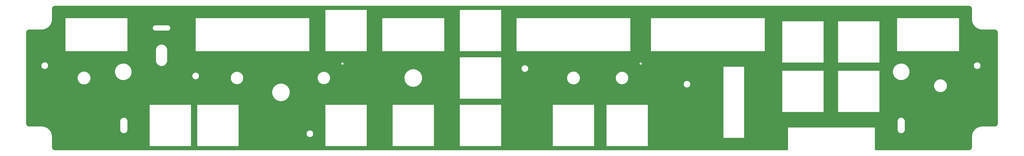
<source format=gts>
G04 #@! TF.GenerationSoftware,KiCad,Pcbnew,7.0.9*
G04 #@! TF.CreationDate,2024-04-05T19:00:48+01:00*
G04 #@! TF.ProjectId,mcpBacklight,6d637042-6163-46b6-9c69-6768742e6b69,rev?*
G04 #@! TF.SameCoordinates,Original*
G04 #@! TF.FileFunction,Soldermask,Top*
G04 #@! TF.FilePolarity,Negative*
%FSLAX46Y46*%
G04 Gerber Fmt 4.6, Leading zero omitted, Abs format (unit mm)*
G04 Created by KiCad (PCBNEW 7.0.9) date 2024-04-05 19:00:48*
%MOMM*%
%LPD*%
G01*
G04 APERTURE LIST*
G04 Aperture macros list*
%AMRoundRect*
0 Rectangle with rounded corners*
0 $1 Rounding radius*
0 $2 $3 $4 $5 $6 $7 $8 $9 X,Y pos of 4 corners*
0 Add a 4 corners polygon primitive as box body*
4,1,4,$2,$3,$4,$5,$6,$7,$8,$9,$2,$3,0*
0 Add four circle primitives for the rounded corners*
1,1,$1+$1,$2,$3*
1,1,$1+$1,$4,$5*
1,1,$1+$1,$6,$7*
1,1,$1+$1,$8,$9*
0 Add four rect primitives between the rounded corners*
20,1,$1+$1,$2,$3,$4,$5,0*
20,1,$1+$1,$4,$5,$6,$7,0*
20,1,$1+$1,$6,$7,$8,$9,0*
20,1,$1+$1,$8,$9,$2,$3,0*%
G04 Aperture macros list end*
%ADD10C,1.200000*%
%ADD11RoundRect,0.250000X-0.600000X-0.750000X0.600000X-0.750000X0.600000X0.750000X-0.600000X0.750000X0*%
%ADD12O,1.700000X2.000000*%
G04 APERTURE END LIST*
D10*
X499100000Y-324275000D03*
D11*
X500700000Y-326275000D03*
D12*
X503200000Y-326275000D03*
G36*
X543002426Y-269000191D02*
G01*
X543224923Y-269017701D01*
X543244142Y-269020745D01*
X543454035Y-269071136D01*
X543472541Y-269077149D01*
X543671971Y-269159756D01*
X543689308Y-269168590D01*
X543873355Y-269281375D01*
X543889096Y-269292812D01*
X544053238Y-269433002D01*
X544066997Y-269446761D01*
X544207187Y-269610903D01*
X544218624Y-269626644D01*
X544331409Y-269810691D01*
X544340243Y-269828028D01*
X544422850Y-270027458D01*
X544428863Y-270045964D01*
X544479254Y-270255857D01*
X544482298Y-270275075D01*
X544499809Y-270497574D01*
X544500000Y-270502440D01*
X544500000Y-275500000D01*
X544519027Y-275935775D01*
X544575961Y-276368237D01*
X544575960Y-276368237D01*
X544670372Y-276794101D01*
X544801537Y-277210099D01*
X544968462Y-277613093D01*
X545169871Y-277999995D01*
X545169870Y-277999995D01*
X545404240Y-278367882D01*
X545669773Y-278713932D01*
X545964466Y-279035534D01*
X546286068Y-279330227D01*
X546632118Y-279595760D01*
X547000005Y-279830130D01*
X547000005Y-279830129D01*
X547386907Y-280031538D01*
X547789901Y-280198463D01*
X548205899Y-280329628D01*
X548631763Y-280424040D01*
X548631763Y-280424039D01*
X549064225Y-280480973D01*
X549500000Y-280500000D01*
X555497560Y-280500000D01*
X555502426Y-280500191D01*
X555724923Y-280517701D01*
X555744142Y-280520745D01*
X555954035Y-280571136D01*
X555972541Y-280577149D01*
X556171971Y-280659756D01*
X556189308Y-280668590D01*
X556373355Y-280781375D01*
X556389096Y-280792812D01*
X556553238Y-280933002D01*
X556566997Y-280946761D01*
X556707187Y-281110903D01*
X556718624Y-281126644D01*
X556831409Y-281310691D01*
X556840243Y-281328028D01*
X556922850Y-281527458D01*
X556928863Y-281545964D01*
X556979254Y-281755857D01*
X556982298Y-281775075D01*
X556999809Y-281997574D01*
X557000000Y-282002440D01*
X557000000Y-325997559D01*
X556999809Y-326002425D01*
X556982298Y-326224924D01*
X556979254Y-326244142D01*
X556928863Y-326454035D01*
X556922850Y-326472541D01*
X556840243Y-326671971D01*
X556831409Y-326689308D01*
X556718624Y-326873355D01*
X556707187Y-326889096D01*
X556566997Y-327053238D01*
X556553238Y-327066997D01*
X556389096Y-327207187D01*
X556373355Y-327218624D01*
X556189308Y-327331409D01*
X556171971Y-327340243D01*
X555972541Y-327422850D01*
X555954035Y-327428863D01*
X555744142Y-327479254D01*
X555724924Y-327482298D01*
X555502426Y-327499809D01*
X555497560Y-327500000D01*
X549500000Y-327500000D01*
X549064225Y-327519027D01*
X548631763Y-327575961D01*
X548631763Y-327575960D01*
X548205899Y-327670372D01*
X547789901Y-327801537D01*
X547386907Y-327968462D01*
X547000005Y-328169871D01*
X547000005Y-328169870D01*
X546632118Y-328404240D01*
X546286068Y-328669773D01*
X545964466Y-328964466D01*
X545669773Y-329286068D01*
X545404240Y-329632118D01*
X545169870Y-330000005D01*
X545169871Y-330000005D01*
X544968462Y-330386907D01*
X544801537Y-330789901D01*
X544670372Y-331205899D01*
X544575960Y-331631763D01*
X544575961Y-331631763D01*
X544519027Y-332064225D01*
X544500000Y-332500000D01*
X544500000Y-337497559D01*
X544499809Y-337502425D01*
X544482298Y-337724924D01*
X544479254Y-337744142D01*
X544428863Y-337954035D01*
X544422850Y-337972541D01*
X544340243Y-338171971D01*
X544331409Y-338189308D01*
X544218624Y-338373355D01*
X544207187Y-338389096D01*
X544066997Y-338553238D01*
X544053238Y-338566997D01*
X543889096Y-338707187D01*
X543873355Y-338718624D01*
X543689308Y-338831409D01*
X543671971Y-338840243D01*
X543472541Y-338922850D01*
X543454035Y-338928863D01*
X543244142Y-338979254D01*
X543224924Y-338982298D01*
X543002426Y-338999809D01*
X542997560Y-339000000D01*
X498004066Y-339000000D01*
X497995965Y-338999469D01*
X497886775Y-338985093D01*
X497855508Y-338976715D01*
X497765081Y-338939259D01*
X497737048Y-338923074D01*
X497659398Y-338863491D01*
X497636508Y-338840601D01*
X497576925Y-338762951D01*
X497560740Y-338734918D01*
X497523284Y-338644491D01*
X497514906Y-338613223D01*
X497500531Y-338504035D01*
X497500000Y-338495933D01*
X497500000Y-329000006D01*
X508500000Y-329000006D01*
X508519544Y-329260815D01*
X508519545Y-329260819D01*
X508577747Y-329515824D01*
X508673304Y-329759297D01*
X508673303Y-329759297D01*
X508804082Y-329985809D01*
X508967162Y-330190306D01*
X509158892Y-330368204D01*
X509375004Y-330515546D01*
X509610652Y-330629028D01*
X509860579Y-330706121D01*
X509860585Y-330706122D01*
X510119216Y-330745106D01*
X510119223Y-330745107D01*
X510380777Y-330745107D01*
X510380783Y-330745106D01*
X510639414Y-330706122D01*
X510639420Y-330706121D01*
X510889347Y-330629028D01*
X511124995Y-330515546D01*
X511341107Y-330368204D01*
X511532837Y-330190306D01*
X511695917Y-329985809D01*
X511826695Y-329759297D01*
X511922252Y-329515824D01*
X511980454Y-329260819D01*
X511980455Y-329260815D01*
X512000000Y-329000006D01*
X512000000Y-324999994D01*
X511980455Y-324739184D01*
X511980454Y-324739180D01*
X511922252Y-324484175D01*
X511826695Y-324240702D01*
X511826696Y-324240702D01*
X511695917Y-324014190D01*
X511532837Y-323809693D01*
X511341107Y-323631795D01*
X511124995Y-323484453D01*
X510889347Y-323370971D01*
X510639420Y-323293878D01*
X510639414Y-323293877D01*
X510380783Y-323254893D01*
X510119216Y-323254893D01*
X509860585Y-323293877D01*
X509860579Y-323293878D01*
X509610652Y-323370971D01*
X509375004Y-323484453D01*
X509158892Y-323631795D01*
X508967162Y-323809693D01*
X508804082Y-324014190D01*
X508673304Y-324240702D01*
X508577747Y-324484175D01*
X508519545Y-324739180D01*
X508519544Y-324739184D01*
X508500000Y-324999994D01*
X508500000Y-329000006D01*
X497500000Y-329000006D01*
X497500000Y-328000000D01*
X455500000Y-328000000D01*
X455500000Y-338495934D01*
X455499469Y-338504035D01*
X455485093Y-338613224D01*
X455476715Y-338644491D01*
X455439259Y-338734918D01*
X455423074Y-338762951D01*
X455363491Y-338840601D01*
X455340601Y-338863491D01*
X455262951Y-338923074D01*
X455234918Y-338939259D01*
X455144491Y-338976715D01*
X455113224Y-338985093D01*
X455004035Y-338999469D01*
X454995934Y-339000000D01*
X101002440Y-339000000D01*
X100997574Y-338999809D01*
X100775075Y-338982298D01*
X100755857Y-338979254D01*
X100545964Y-338928863D01*
X100527458Y-338922850D01*
X100328028Y-338840243D01*
X100310691Y-338831409D01*
X100126644Y-338718624D01*
X100110903Y-338707187D01*
X99946761Y-338566997D01*
X99933002Y-338553238D01*
X99792812Y-338389096D01*
X99781375Y-338373355D01*
X99668590Y-338189308D01*
X99659756Y-338171971D01*
X99577149Y-337972541D01*
X99571136Y-337954035D01*
X99520745Y-337744142D01*
X99517701Y-337724923D01*
X99500191Y-337502425D01*
X99500000Y-337497559D01*
X99500000Y-332500000D01*
X99480973Y-332064225D01*
X99424039Y-331631763D01*
X99424040Y-331631763D01*
X99329628Y-331205899D01*
X99198463Y-330789901D01*
X99031538Y-330386907D01*
X98830129Y-330000005D01*
X98830130Y-330000005D01*
X98595760Y-329632118D01*
X98330227Y-329286068D01*
X98068100Y-329000006D01*
X132500000Y-329000006D01*
X132519544Y-329260815D01*
X132519545Y-329260819D01*
X132577747Y-329515824D01*
X132673304Y-329759297D01*
X132673303Y-329759297D01*
X132804082Y-329985809D01*
X132967162Y-330190306D01*
X133158892Y-330368204D01*
X133375004Y-330515546D01*
X133610652Y-330629028D01*
X133860579Y-330706121D01*
X133860585Y-330706122D01*
X134119216Y-330745106D01*
X134119223Y-330745107D01*
X134380777Y-330745107D01*
X134380783Y-330745106D01*
X134639414Y-330706122D01*
X134639420Y-330706121D01*
X134889347Y-330629028D01*
X135124995Y-330515546D01*
X135341107Y-330368204D01*
X135532837Y-330190306D01*
X135695917Y-329985809D01*
X135826695Y-329759297D01*
X135922252Y-329515824D01*
X135980454Y-329260819D01*
X135980455Y-329260815D01*
X136000000Y-329000006D01*
X136000000Y-324999994D01*
X135980455Y-324739184D01*
X135980454Y-324739180D01*
X135922252Y-324484175D01*
X135826695Y-324240702D01*
X135826696Y-324240702D01*
X135695917Y-324014190D01*
X135532837Y-323809693D01*
X135341107Y-323631795D01*
X135124995Y-323484453D01*
X134889347Y-323370971D01*
X134639420Y-323293878D01*
X134639414Y-323293877D01*
X134380783Y-323254893D01*
X134119216Y-323254893D01*
X133860585Y-323293877D01*
X133860579Y-323293878D01*
X133610652Y-323370971D01*
X133375004Y-323484453D01*
X133158892Y-323631795D01*
X132967162Y-323809693D01*
X132804082Y-324014190D01*
X132673304Y-324240702D01*
X132577747Y-324484175D01*
X132519545Y-324739180D01*
X132519544Y-324739184D01*
X132500000Y-324999994D01*
X132500000Y-329000006D01*
X98068100Y-329000006D01*
X98035534Y-328964466D01*
X97713932Y-328669773D01*
X97367882Y-328404240D01*
X96999995Y-328169870D01*
X96999995Y-328169871D01*
X96613093Y-327968462D01*
X96210099Y-327801537D01*
X95794101Y-327670372D01*
X95368237Y-327575960D01*
X95368237Y-327575961D01*
X94935775Y-327519027D01*
X94500000Y-327500000D01*
X88502440Y-327500000D01*
X88497574Y-327499809D01*
X88275075Y-327482298D01*
X88255857Y-327479254D01*
X88045964Y-327428863D01*
X88027458Y-327422850D01*
X87828028Y-327340243D01*
X87810691Y-327331409D01*
X87626644Y-327218624D01*
X87610903Y-327207187D01*
X87446761Y-327066997D01*
X87433002Y-327053238D01*
X87292812Y-326889096D01*
X87281375Y-326873355D01*
X87168590Y-326689308D01*
X87159756Y-326671971D01*
X87077149Y-326472541D01*
X87071136Y-326454035D01*
X87020745Y-326244142D01*
X87017701Y-326224923D01*
X87000191Y-326002425D01*
X87000000Y-325997559D01*
X87000000Y-317000000D01*
X146750000Y-317000000D01*
X146750000Y-337000000D01*
X166750000Y-337000000D01*
X166750000Y-317000000D01*
X169750000Y-317000000D01*
X169750000Y-337000000D01*
X189750000Y-337000000D01*
X189750000Y-331125734D01*
X222652466Y-331125734D01*
X222691801Y-331374090D01*
X222769508Y-331613244D01*
X222883668Y-331837293D01*
X223031463Y-332040717D01*
X223031467Y-332040722D01*
X223209277Y-332218532D01*
X223209282Y-332218536D01*
X223412706Y-332366331D01*
X223636755Y-332480491D01*
X223875909Y-332558198D01*
X224124266Y-332597534D01*
X224375734Y-332597534D01*
X224624090Y-332558198D01*
X224863244Y-332480491D01*
X225087293Y-332366331D01*
X225290717Y-332218536D01*
X225290722Y-332218532D01*
X225468532Y-332040722D01*
X225468536Y-332040717D01*
X225616331Y-331837293D01*
X225730491Y-331613244D01*
X225808197Y-331374090D01*
X225847534Y-331125725D01*
X225850000Y-331000000D01*
X225847534Y-330874274D01*
X225808197Y-330625909D01*
X225730491Y-330386755D01*
X225616331Y-330162706D01*
X225468536Y-329959282D01*
X225468532Y-329959277D01*
X225290722Y-329781467D01*
X225290717Y-329781463D01*
X225087293Y-329633668D01*
X224863244Y-329519508D01*
X224624090Y-329441801D01*
X224375734Y-329402466D01*
X224124266Y-329402466D01*
X223875909Y-329441801D01*
X223636755Y-329519508D01*
X223412706Y-329633668D01*
X223209282Y-329781463D01*
X223209277Y-329781467D01*
X223031467Y-329959277D01*
X223031463Y-329959282D01*
X222883668Y-330162706D01*
X222769508Y-330386755D01*
X222691801Y-330625909D01*
X222652466Y-330874265D01*
X222652466Y-331125734D01*
X189750000Y-331125734D01*
X189750000Y-317000000D01*
X231750000Y-317000000D01*
X231750000Y-337000000D01*
X251750000Y-337000000D01*
X251750000Y-317000000D01*
X264250000Y-317000000D01*
X264250000Y-337000000D01*
X284250000Y-337000000D01*
X284250000Y-317000000D01*
X296750000Y-317000000D01*
X296750000Y-337000000D01*
X316750000Y-337000000D01*
X316750000Y-317000000D01*
X341750000Y-317000000D01*
X341750000Y-337000000D01*
X361750000Y-337000000D01*
X361750000Y-317000000D01*
X367750000Y-317000000D01*
X367750000Y-337000000D01*
X387750000Y-337000000D01*
X387750000Y-317000000D01*
X367750000Y-317000000D01*
X361750000Y-317000000D01*
X341750000Y-317000000D01*
X316750000Y-317000000D01*
X296750000Y-317000000D01*
X284250000Y-317000000D01*
X264250000Y-317000000D01*
X251750000Y-317000000D01*
X231750000Y-317000000D01*
X189750000Y-317000000D01*
X169750000Y-317000000D01*
X166750000Y-317000000D01*
X146750000Y-317000000D01*
X87000000Y-317000000D01*
X87000000Y-310950000D01*
X205997516Y-310950000D01*
X206017368Y-311360425D01*
X206076738Y-311767014D01*
X206175070Y-312165967D01*
X206311458Y-312553592D01*
X206484610Y-312926225D01*
X206484620Y-312926243D01*
X206692915Y-313280401D01*
X206692926Y-313280418D01*
X206934455Y-313612853D01*
X207206917Y-313920398D01*
X207206929Y-313920411D01*
X207507821Y-314200243D01*
X207834318Y-314449729D01*
X208183369Y-314666539D01*
X208551708Y-314848644D01*
X208935901Y-314994350D01*
X209332381Y-315102300D01*
X209332383Y-315102301D01*
X209737416Y-315171478D01*
X210147240Y-315201242D01*
X210558023Y-315191313D01*
X210558039Y-315191312D01*
X210965926Y-315141786D01*
X211367155Y-315053118D01*
X211367164Y-315053116D01*
X211757948Y-314926143D01*
X212134669Y-314762039D01*
X212493783Y-314562347D01*
X212493792Y-314562342D01*
X212831950Y-314328927D01*
X213146013Y-314063956D01*
X213433026Y-313769923D01*
X213433030Y-313769917D01*
X213690338Y-313449538D01*
X213915507Y-313105847D01*
X214106468Y-312742000D01*
X214261419Y-312361430D01*
X214378912Y-311967697D01*
X214457861Y-311564436D01*
X214457861Y-311564433D01*
X214497519Y-311155452D01*
X214500000Y-310950000D01*
X214497519Y-310744548D01*
X214457861Y-310335566D01*
X214457861Y-310335563D01*
X214378912Y-309932302D01*
X214261419Y-309538569D01*
X214106468Y-309157999D01*
X213915507Y-308794152D01*
X213690338Y-308450461D01*
X213433030Y-308130082D01*
X213433026Y-308130076D01*
X213146012Y-307836043D01*
X213146013Y-307836043D01*
X212831950Y-307571072D01*
X212493792Y-307337657D01*
X212493783Y-307337652D01*
X212134669Y-307137960D01*
X211757948Y-306973856D01*
X211367164Y-306846883D01*
X211367155Y-306846881D01*
X210965926Y-306758213D01*
X210558039Y-306708687D01*
X210558023Y-306708686D01*
X210147246Y-306698757D01*
X210147234Y-306698757D01*
X209737416Y-306728521D01*
X209332383Y-306797698D01*
X209332381Y-306797699D01*
X208935901Y-306905649D01*
X208551708Y-307051355D01*
X208183369Y-307233460D01*
X207834318Y-307450270D01*
X207507821Y-307699756D01*
X207206929Y-307979588D01*
X207206917Y-307979601D01*
X206934455Y-308287146D01*
X206692926Y-308619581D01*
X206692915Y-308619598D01*
X206484620Y-308973756D01*
X206484610Y-308973774D01*
X206311458Y-309346407D01*
X206175070Y-309734032D01*
X206076738Y-310132985D01*
X206017368Y-310539574D01*
X205997516Y-310949996D01*
X205997516Y-310950000D01*
X87000000Y-310950000D01*
X87000000Y-304000000D01*
X111897468Y-304000000D01*
X111917690Y-304353658D01*
X111978095Y-304702704D01*
X111978099Y-304702721D01*
X112077897Y-305042603D01*
X112077898Y-305042604D01*
X112215787Y-305368889D01*
X112215792Y-305368900D01*
X112389983Y-305677354D01*
X112389991Y-305677365D01*
X112598197Y-305963936D01*
X112598198Y-305963937D01*
X112837729Y-306224923D01*
X112837730Y-306224924D01*
X113105439Y-306456897D01*
X113397863Y-306656851D01*
X113711157Y-306822159D01*
X113711167Y-306822164D01*
X114041270Y-306950685D01*
X114383863Y-307040737D01*
X114734493Y-307091149D01*
X114734513Y-307091151D01*
X115088584Y-307101267D01*
X115088591Y-307101267D01*
X115441538Y-307070952D01*
X115788708Y-307000607D01*
X115788730Y-307000601D01*
X116125626Y-306891136D01*
X116447851Y-306743980D01*
X116447855Y-306743978D01*
X116751189Y-306561061D01*
X116751209Y-306561047D01*
X117031717Y-306344744D01*
X117031722Y-306344740D01*
X117285761Y-306097855D01*
X117285762Y-306097855D01*
X117509999Y-305823624D01*
X117510002Y-305823620D01*
X117701517Y-305525618D01*
X117857810Y-305207735D01*
X117857815Y-305207721D01*
X117976859Y-304874079D01*
X118057091Y-304529057D01*
X118097472Y-304177113D01*
X118100000Y-304000000D01*
X118097472Y-303822886D01*
X118057091Y-303470942D01*
X117976859Y-303125920D01*
X117857815Y-302792278D01*
X117857810Y-302792264D01*
X117701517Y-302474381D01*
X117510002Y-302176379D01*
X117509999Y-302176375D01*
X117285761Y-301902144D01*
X117031722Y-301655259D01*
X117031717Y-301655255D01*
X116751209Y-301438952D01*
X116751189Y-301438938D01*
X116447855Y-301256021D01*
X116447851Y-301256019D01*
X116125626Y-301108863D01*
X115790583Y-301000000D01*
X129997511Y-301000000D01*
X130017399Y-301398518D01*
X130076870Y-301793077D01*
X130175330Y-302179755D01*
X130311804Y-302554714D01*
X130484926Y-302914206D01*
X130484928Y-302914210D01*
X130692984Y-303254678D01*
X130692992Y-303254689D01*
X130933907Y-303572741D01*
X130933926Y-303572763D01*
X131205304Y-303865240D01*
X131205315Y-303865250D01*
X131504493Y-304129275D01*
X131828449Y-304362184D01*
X131828475Y-304362201D01*
X132174019Y-304561701D01*
X132537726Y-304725812D01*
X132915961Y-304852892D01*
X132915965Y-304852893D01*
X133304971Y-304941682D01*
X133700901Y-304991298D01*
X134099768Y-305001245D01*
X134099782Y-305001245D01*
X134497675Y-304971427D01*
X134497691Y-304971425D01*
X134890643Y-304902138D01*
X135274730Y-304794071D01*
X135274744Y-304794067D01*
X135646159Y-304648298D01*
X135646171Y-304648293D01*
X136001236Y-304466262D01*
X136001255Y-304466251D01*
X136336426Y-304249774D01*
X136648396Y-304000985D01*
X136934033Y-303722382D01*
X137190517Y-303416715D01*
X137388905Y-303125734D01*
X167402466Y-303125734D01*
X167441801Y-303374090D01*
X167519508Y-303613244D01*
X167633668Y-303837293D01*
X167781463Y-304040717D01*
X167781467Y-304040722D01*
X167959277Y-304218532D01*
X167959282Y-304218536D01*
X168162706Y-304366331D01*
X168386755Y-304480491D01*
X168625909Y-304558198D01*
X168874266Y-304597534D01*
X169125734Y-304597534D01*
X169374090Y-304558198D01*
X169613244Y-304480491D01*
X169837293Y-304366331D01*
X170040717Y-304218536D01*
X170040722Y-304218532D01*
X170084679Y-304174575D01*
X186002538Y-304174575D01*
X186043073Y-304521386D01*
X186043075Y-304521401D01*
X186123594Y-304861130D01*
X186123598Y-304861145D01*
X186243020Y-305189252D01*
X186243021Y-305189253D01*
X186399720Y-305501267D01*
X186591593Y-305792997D01*
X186816022Y-306060460D01*
X186816032Y-306060470D01*
X187070000Y-306300079D01*
X187070003Y-306300081D01*
X187350080Y-306508589D01*
X187652457Y-306683167D01*
X187652470Y-306683173D01*
X187973068Y-306821466D01*
X188307567Y-306921608D01*
X188307575Y-306921610D01*
X188651414Y-306982238D01*
X188651425Y-306982239D01*
X188999996Y-307002542D01*
X189000004Y-307002542D01*
X189348574Y-306982239D01*
X189348585Y-306982238D01*
X189692424Y-306921610D01*
X189692432Y-306921608D01*
X190026931Y-306821466D01*
X190347529Y-306683173D01*
X190347542Y-306683167D01*
X190649919Y-306508589D01*
X190929996Y-306300081D01*
X190929999Y-306300079D01*
X191183967Y-306060470D01*
X191183977Y-306060460D01*
X191408406Y-305792997D01*
X191600279Y-305501267D01*
X191756978Y-305189253D01*
X191756979Y-305189252D01*
X191876401Y-304861145D01*
X191876405Y-304861130D01*
X191956924Y-304521401D01*
X191956926Y-304521386D01*
X191997461Y-304174578D01*
X191997461Y-304174575D01*
X228002538Y-304174575D01*
X228043073Y-304521386D01*
X228043075Y-304521401D01*
X228123594Y-304861130D01*
X228123598Y-304861145D01*
X228243020Y-305189252D01*
X228243021Y-305189253D01*
X228399720Y-305501267D01*
X228591593Y-305792997D01*
X228816022Y-306060460D01*
X228816032Y-306060470D01*
X229070000Y-306300079D01*
X229070003Y-306300081D01*
X229350080Y-306508589D01*
X229652457Y-306683167D01*
X229652470Y-306683173D01*
X229973068Y-306821466D01*
X230307567Y-306921608D01*
X230307575Y-306921610D01*
X230651414Y-306982238D01*
X230651425Y-306982239D01*
X230999996Y-307002542D01*
X231000004Y-307002542D01*
X231348574Y-306982239D01*
X231348585Y-306982238D01*
X231692424Y-306921610D01*
X231692432Y-306921608D01*
X232026931Y-306821466D01*
X232347529Y-306683173D01*
X232347542Y-306683167D01*
X232649919Y-306508589D01*
X232929996Y-306300081D01*
X232929999Y-306300079D01*
X233183967Y-306060470D01*
X233183977Y-306060460D01*
X233408406Y-305792997D01*
X233600279Y-305501267D01*
X233756978Y-305189253D01*
X233756979Y-305189252D01*
X233876401Y-304861145D01*
X233876405Y-304861130D01*
X233956924Y-304521401D01*
X233956926Y-304521386D01*
X233997461Y-304174578D01*
X234000000Y-304000000D01*
X269997516Y-304000000D01*
X270017368Y-304410425D01*
X270076738Y-304817014D01*
X270175070Y-305215967D01*
X270311458Y-305603592D01*
X270484610Y-305976225D01*
X270484620Y-305976243D01*
X270692915Y-306330401D01*
X270692926Y-306330418D01*
X270934455Y-306662853D01*
X271206917Y-306970398D01*
X271206929Y-306970411D01*
X271507821Y-307250243D01*
X271834318Y-307499729D01*
X272183369Y-307716539D01*
X272551708Y-307898644D01*
X272935901Y-308044350D01*
X273332381Y-308152300D01*
X273332383Y-308152301D01*
X273737416Y-308221478D01*
X274147240Y-308251242D01*
X274558023Y-308241313D01*
X274558039Y-308241312D01*
X274965926Y-308191786D01*
X275367155Y-308103118D01*
X275367164Y-308103116D01*
X275757948Y-307976143D01*
X276134669Y-307812039D01*
X276493783Y-307612347D01*
X276493792Y-307612342D01*
X276831950Y-307378927D01*
X277146013Y-307113956D01*
X277433026Y-306819923D01*
X277433030Y-306819917D01*
X277690338Y-306499538D01*
X277915507Y-306155847D01*
X278106468Y-305792000D01*
X278261419Y-305411430D01*
X278378912Y-305017697D01*
X278457861Y-304614436D01*
X278457861Y-304614433D01*
X278497519Y-304205452D01*
X278500000Y-304000000D01*
X278497519Y-303794548D01*
X278457861Y-303385566D01*
X278457861Y-303385563D01*
X278378912Y-302982302D01*
X278261419Y-302588569D01*
X278106468Y-302207999D01*
X277915507Y-301844152D01*
X277690338Y-301500461D01*
X277433030Y-301180082D01*
X277433026Y-301180076D01*
X277146012Y-300886043D01*
X277146013Y-300886043D01*
X276831950Y-300621072D01*
X276493792Y-300387657D01*
X276493783Y-300387652D01*
X276134669Y-300187960D01*
X275757948Y-300023856D01*
X275367164Y-299896883D01*
X275367155Y-299896881D01*
X274965926Y-299808213D01*
X274558039Y-299758687D01*
X274558023Y-299758686D01*
X274147246Y-299748757D01*
X274147234Y-299748757D01*
X273737416Y-299778521D01*
X273332383Y-299847698D01*
X273332381Y-299847699D01*
X272935901Y-299955649D01*
X272551708Y-300101355D01*
X272183369Y-300283460D01*
X271834318Y-300500270D01*
X271507821Y-300749756D01*
X271206929Y-301029588D01*
X271206917Y-301029601D01*
X270934455Y-301337146D01*
X270692926Y-301669581D01*
X270692915Y-301669598D01*
X270484620Y-302023756D01*
X270484610Y-302023774D01*
X270311458Y-302396407D01*
X270175070Y-302784032D01*
X270076738Y-303182985D01*
X270017368Y-303589574D01*
X269997516Y-303999996D01*
X269997516Y-304000000D01*
X234000000Y-304000000D01*
X233997461Y-303825421D01*
X233956926Y-303478613D01*
X233956924Y-303478598D01*
X233876405Y-303138869D01*
X233876401Y-303138854D01*
X233756979Y-302810747D01*
X233756978Y-302810746D01*
X233600279Y-302498732D01*
X233408406Y-302207002D01*
X233183977Y-301939539D01*
X233183967Y-301939529D01*
X232929999Y-301699920D01*
X232929996Y-301699918D01*
X232649919Y-301491410D01*
X232347542Y-301316832D01*
X232347529Y-301316826D01*
X232026931Y-301178533D01*
X231692432Y-301078391D01*
X231692424Y-301078389D01*
X231348585Y-301017761D01*
X231348574Y-301017760D01*
X231000004Y-300997458D01*
X230999996Y-300997458D01*
X230651425Y-301017760D01*
X230651414Y-301017761D01*
X230307575Y-301078389D01*
X230307567Y-301078391D01*
X229973068Y-301178533D01*
X229652470Y-301316826D01*
X229652457Y-301316832D01*
X229350080Y-301491410D01*
X229070003Y-301699918D01*
X229070000Y-301699920D01*
X228816032Y-301939529D01*
X228816022Y-301939539D01*
X228591593Y-302207002D01*
X228399720Y-302498732D01*
X228243021Y-302810746D01*
X228243020Y-302810747D01*
X228123598Y-303138854D01*
X228123594Y-303138869D01*
X228043075Y-303478598D01*
X228043073Y-303478613D01*
X228002538Y-303825424D01*
X228002538Y-304174575D01*
X191997461Y-304174575D01*
X192000000Y-304000000D01*
X191997461Y-303825421D01*
X191956926Y-303478613D01*
X191956924Y-303478598D01*
X191876405Y-303138869D01*
X191876401Y-303138854D01*
X191756979Y-302810747D01*
X191756978Y-302810746D01*
X191600279Y-302498732D01*
X191408406Y-302207002D01*
X191183977Y-301939539D01*
X191183967Y-301939529D01*
X190929999Y-301699920D01*
X190929996Y-301699918D01*
X190649919Y-301491410D01*
X190347542Y-301316832D01*
X190347529Y-301316826D01*
X190026931Y-301178533D01*
X189692432Y-301078391D01*
X189692424Y-301078389D01*
X189348585Y-301017761D01*
X189348574Y-301017760D01*
X189000004Y-300997458D01*
X188999996Y-300997458D01*
X188651425Y-301017760D01*
X188651414Y-301017761D01*
X188307575Y-301078389D01*
X188307567Y-301078391D01*
X187973068Y-301178533D01*
X187652470Y-301316826D01*
X187652457Y-301316832D01*
X187350080Y-301491410D01*
X187070003Y-301699918D01*
X187070000Y-301699920D01*
X186816032Y-301939529D01*
X186816022Y-301939539D01*
X186591593Y-302207002D01*
X186399720Y-302498732D01*
X186243021Y-302810746D01*
X186243020Y-302810747D01*
X186123598Y-303138854D01*
X186123594Y-303138869D01*
X186043075Y-303478598D01*
X186043073Y-303478613D01*
X186002538Y-303825424D01*
X186002538Y-304174575D01*
X170084679Y-304174575D01*
X170218532Y-304040722D01*
X170218536Y-304040717D01*
X170366331Y-303837293D01*
X170480491Y-303613244D01*
X170558197Y-303374090D01*
X170597534Y-303125725D01*
X170600000Y-303000000D01*
X170597534Y-302874274D01*
X170558197Y-302625909D01*
X170480491Y-302386755D01*
X170366331Y-302162706D01*
X170218536Y-301959282D01*
X170218532Y-301959277D01*
X170040722Y-301781467D01*
X170040717Y-301781463D01*
X169837293Y-301633668D01*
X169613244Y-301519508D01*
X169374090Y-301441801D01*
X169125734Y-301402466D01*
X168874266Y-301402466D01*
X168625909Y-301441801D01*
X168386755Y-301519508D01*
X168162706Y-301633668D01*
X167959282Y-301781463D01*
X167959277Y-301781467D01*
X167781467Y-301959277D01*
X167781463Y-301959282D01*
X167633668Y-302162706D01*
X167519508Y-302386755D01*
X167441801Y-302625909D01*
X167402466Y-302874265D01*
X167402466Y-303125734D01*
X137388905Y-303125734D01*
X137415288Y-303087038D01*
X137606121Y-302736607D01*
X137761111Y-302368927D01*
X137878721Y-301987648D01*
X137878724Y-301987635D01*
X137957782Y-301596554D01*
X137957785Y-301596533D01*
X137997514Y-301199501D01*
X137997514Y-301199502D01*
X138000000Y-301000000D01*
X137997514Y-300800498D01*
X137997514Y-300800499D01*
X137957785Y-300403466D01*
X137957782Y-300403445D01*
X137878724Y-300012364D01*
X137878721Y-300012351D01*
X137761111Y-299631072D01*
X137606121Y-299263392D01*
X137415288Y-298912961D01*
X137190517Y-298583284D01*
X136934033Y-298277617D01*
X136648396Y-297999014D01*
X136336426Y-297750225D01*
X136001255Y-297533748D01*
X136001236Y-297533737D01*
X135646171Y-297351706D01*
X135646159Y-297351701D01*
X135274744Y-297205932D01*
X135274730Y-297205928D01*
X134890643Y-297097861D01*
X134497691Y-297028574D01*
X134497675Y-297028572D01*
X134099775Y-296998754D01*
X133700901Y-297008701D01*
X133304971Y-297058317D01*
X132915965Y-297147106D01*
X132915961Y-297147107D01*
X132537726Y-297274187D01*
X132174019Y-297438298D01*
X131828475Y-297637798D01*
X131828449Y-297637815D01*
X131504493Y-297870724D01*
X131205315Y-298134749D01*
X131205304Y-298134759D01*
X130933926Y-298427236D01*
X130933907Y-298427258D01*
X130692992Y-298745310D01*
X130692984Y-298745321D01*
X130484928Y-299085789D01*
X130484926Y-299085793D01*
X130311804Y-299445285D01*
X130175330Y-299820244D01*
X130076870Y-300206922D01*
X130017399Y-300601481D01*
X129997511Y-301000000D01*
X115790583Y-301000000D01*
X115788730Y-300999398D01*
X115788708Y-300999392D01*
X115441538Y-300929047D01*
X115088587Y-300898732D01*
X114734513Y-300908848D01*
X114734493Y-300908850D01*
X114383863Y-300959262D01*
X114041270Y-301049314D01*
X113711171Y-301177834D01*
X113711157Y-301177840D01*
X113397863Y-301343148D01*
X113105439Y-301543102D01*
X112837730Y-301775075D01*
X112837729Y-301775076D01*
X112598198Y-302036062D01*
X112598197Y-302036063D01*
X112389991Y-302322634D01*
X112389983Y-302322645D01*
X112215792Y-302631099D01*
X112215787Y-302631110D01*
X112077898Y-302957395D01*
X112077897Y-302957396D01*
X111978099Y-303297278D01*
X111978095Y-303297295D01*
X111917690Y-303646341D01*
X111897468Y-304000000D01*
X87000000Y-304000000D01*
X87000000Y-298125734D01*
X94402466Y-298125734D01*
X94441801Y-298374090D01*
X94519508Y-298613244D01*
X94633668Y-298837293D01*
X94781463Y-299040717D01*
X94781467Y-299040722D01*
X94959277Y-299218532D01*
X94959282Y-299218536D01*
X95162706Y-299366331D01*
X95386755Y-299480491D01*
X95625909Y-299558198D01*
X95874266Y-299597534D01*
X96125734Y-299597534D01*
X96374090Y-299558198D01*
X96613244Y-299480491D01*
X96837293Y-299366331D01*
X97040717Y-299218536D01*
X97040722Y-299218532D01*
X97218532Y-299040722D01*
X97218536Y-299040717D01*
X97366331Y-298837293D01*
X97480491Y-298613244D01*
X97558197Y-298374090D01*
X97597534Y-298125725D01*
X97600000Y-298000000D01*
X97597534Y-297874274D01*
X97558197Y-297625909D01*
X97480491Y-297386755D01*
X97366331Y-297162706D01*
X97218536Y-296959282D01*
X97218532Y-296959277D01*
X97040722Y-296781467D01*
X97040717Y-296781463D01*
X96837293Y-296633668D01*
X96613244Y-296519508D01*
X96374090Y-296441801D01*
X96125734Y-296402466D01*
X95874266Y-296402466D01*
X95625909Y-296441801D01*
X95386755Y-296519508D01*
X95162706Y-296633668D01*
X94959282Y-296781463D01*
X94959277Y-296781467D01*
X94781467Y-296959277D01*
X94781463Y-296959282D01*
X94633668Y-297162706D01*
X94519508Y-297386755D01*
X94441801Y-297625909D01*
X94402466Y-297874265D01*
X94402466Y-298125734D01*
X87000000Y-298125734D01*
X87000000Y-295500002D01*
X149800000Y-295500002D01*
X149819685Y-295825443D01*
X149878459Y-296146160D01*
X149975449Y-296457414D01*
X149975453Y-296457425D01*
X150109267Y-296754748D01*
X150109268Y-296754750D01*
X150277949Y-297033783D01*
X150479023Y-297290434D01*
X150709565Y-297520976D01*
X150966216Y-297722050D01*
X151245249Y-297890731D01*
X151245251Y-297890732D01*
X151542574Y-298024546D01*
X151542585Y-298024550D01*
X151853839Y-298121540D01*
X152174556Y-298180314D01*
X152500000Y-298199999D01*
X152825443Y-298180314D01*
X153146160Y-298121540D01*
X153457414Y-298024550D01*
X153457425Y-298024546D01*
X153754748Y-297890732D01*
X153754750Y-297890731D01*
X154033783Y-297722050D01*
X154290434Y-297520976D01*
X154520976Y-297290434D01*
X154722050Y-297033783D01*
X154742473Y-296999999D01*
X239447415Y-296999999D01*
X239467906Y-297149087D01*
X239527859Y-297287114D01*
X239527861Y-297287116D01*
X239622828Y-297403845D01*
X239622836Y-297403853D01*
X239745771Y-297490630D01*
X239745775Y-297490632D01*
X239887571Y-297541027D01*
X240037707Y-297551296D01*
X240185048Y-297520680D01*
X240318668Y-297451442D01*
X240318669Y-297451442D01*
X240428647Y-297348728D01*
X240506836Y-297220153D01*
X240547439Y-297075239D01*
X240550000Y-297000001D01*
X240550000Y-296999999D01*
X240547439Y-296924760D01*
X240506836Y-296779846D01*
X240428647Y-296651271D01*
X240318669Y-296548557D01*
X240185048Y-296479319D01*
X240037707Y-296448703D01*
X239887571Y-296458972D01*
X239745775Y-296509367D01*
X239745771Y-296509369D01*
X239622836Y-296596146D01*
X239622828Y-296596154D01*
X239527861Y-296712883D01*
X239527859Y-296712885D01*
X239467906Y-296850912D01*
X239447415Y-296999999D01*
X154742473Y-296999999D01*
X154890731Y-296754750D01*
X154890732Y-296754748D01*
X155024546Y-296457425D01*
X155024550Y-296457414D01*
X155121540Y-296146160D01*
X155180314Y-295825443D01*
X155200000Y-295500002D01*
X155200000Y-294000000D01*
X296750000Y-294000000D01*
X296750000Y-314000000D01*
X316750000Y-314000000D01*
X316750000Y-307125734D01*
X405052466Y-307125734D01*
X405091801Y-307374090D01*
X405169508Y-307613244D01*
X405283668Y-307837293D01*
X405431463Y-308040717D01*
X405431467Y-308040722D01*
X405609277Y-308218532D01*
X405609282Y-308218536D01*
X405812706Y-308366331D01*
X406036755Y-308480491D01*
X406275909Y-308558198D01*
X406524266Y-308597534D01*
X406775734Y-308597534D01*
X407024090Y-308558198D01*
X407263244Y-308480491D01*
X407487293Y-308366331D01*
X407690717Y-308218536D01*
X407690722Y-308218532D01*
X407868532Y-308040722D01*
X407868536Y-308040717D01*
X408016331Y-307837293D01*
X408130491Y-307613244D01*
X408208197Y-307374090D01*
X408247534Y-307125725D01*
X408250000Y-307000000D01*
X408247534Y-306874274D01*
X408208197Y-306625909D01*
X408130491Y-306386755D01*
X408016331Y-306162706D01*
X407868536Y-305959282D01*
X407868532Y-305959277D01*
X407690722Y-305781467D01*
X407690717Y-305781463D01*
X407487293Y-305633668D01*
X407263244Y-305519508D01*
X407024090Y-305441801D01*
X406775734Y-305402466D01*
X406524266Y-305402466D01*
X406275909Y-305441801D01*
X406036755Y-305519508D01*
X405812706Y-305633668D01*
X405609282Y-305781463D01*
X405609277Y-305781467D01*
X405431467Y-305959277D01*
X405431463Y-305959282D01*
X405283668Y-306162706D01*
X405169508Y-306386755D01*
X405091801Y-306625909D01*
X405052466Y-306874265D01*
X405052466Y-307125734D01*
X316750000Y-307125734D01*
X316750000Y-304000000D01*
X348647065Y-304000000D01*
X348667289Y-304353705D01*
X348727702Y-304702796D01*
X348727706Y-304702813D01*
X348827517Y-305042740D01*
X348965427Y-305369073D01*
X349139644Y-305677573D01*
X349139652Y-305677584D01*
X349347885Y-305964192D01*
X349347886Y-305964193D01*
X349587448Y-306225213D01*
X349587449Y-306225214D01*
X349855193Y-306457217D01*
X350147655Y-306657197D01*
X350460989Y-306822526D01*
X350461003Y-306822532D01*
X350791145Y-306951069D01*
X351133783Y-307041132D01*
X351484458Y-307091551D01*
X351484478Y-307091553D01*
X351838596Y-307101670D01*
X351838603Y-307101670D01*
X352191596Y-307071351D01*
X352538810Y-307000997D01*
X352538832Y-307000991D01*
X352875775Y-306891511D01*
X353198034Y-306744340D01*
X353198044Y-306744335D01*
X353501417Y-306561394D01*
X353501437Y-306561380D01*
X353781982Y-306345049D01*
X353781996Y-306345037D01*
X354036051Y-306098135D01*
X354036064Y-306098121D01*
X354260326Y-305823861D01*
X354260335Y-305823849D01*
X354451862Y-305525826D01*
X354451868Y-305525816D01*
X354608188Y-305207875D01*
X354727244Y-304874199D01*
X354807488Y-304529118D01*
X354847875Y-304177137D01*
X354847912Y-304174575D01*
X372252538Y-304174575D01*
X372293073Y-304521386D01*
X372293075Y-304521401D01*
X372373594Y-304861130D01*
X372373598Y-304861145D01*
X372493020Y-305189252D01*
X372493021Y-305189253D01*
X372649720Y-305501267D01*
X372841593Y-305792997D01*
X373066022Y-306060460D01*
X373066032Y-306060470D01*
X373320000Y-306300079D01*
X373320003Y-306300081D01*
X373600080Y-306508589D01*
X373902457Y-306683167D01*
X373902470Y-306683173D01*
X374223068Y-306821466D01*
X374557567Y-306921608D01*
X374557575Y-306921610D01*
X374901414Y-306982238D01*
X374901425Y-306982239D01*
X375249996Y-307002542D01*
X375250004Y-307002542D01*
X375598574Y-306982239D01*
X375598585Y-306982238D01*
X375942424Y-306921610D01*
X375942432Y-306921608D01*
X376276931Y-306821466D01*
X376597529Y-306683173D01*
X376597542Y-306683167D01*
X376899919Y-306508589D01*
X377179996Y-306300081D01*
X377179999Y-306300079D01*
X377433967Y-306060470D01*
X377433977Y-306060460D01*
X377658406Y-305792997D01*
X377850279Y-305501267D01*
X378006978Y-305189253D01*
X378006979Y-305189252D01*
X378126401Y-304861145D01*
X378126405Y-304861130D01*
X378206924Y-304521401D01*
X378206926Y-304521386D01*
X378247461Y-304174578D01*
X378250000Y-304000000D01*
X378247461Y-303825421D01*
X378206926Y-303478613D01*
X378206924Y-303478598D01*
X378126405Y-303138869D01*
X378126401Y-303138854D01*
X378006979Y-302810747D01*
X378006978Y-302810746D01*
X377850279Y-302498732D01*
X377658406Y-302207002D01*
X377433977Y-301939539D01*
X377433967Y-301939529D01*
X377179999Y-301699920D01*
X377179996Y-301699918D01*
X376899919Y-301491410D01*
X376597542Y-301316832D01*
X376597529Y-301316826D01*
X376276931Y-301178533D01*
X375942432Y-301078391D01*
X375942424Y-301078389D01*
X375598585Y-301017761D01*
X375598574Y-301017760D01*
X375250004Y-300997458D01*
X375249996Y-300997458D01*
X374901425Y-301017760D01*
X374901414Y-301017761D01*
X374557575Y-301078389D01*
X374557567Y-301078391D01*
X374223068Y-301178533D01*
X373902470Y-301316826D01*
X373902457Y-301316832D01*
X373600080Y-301491410D01*
X373320003Y-301699918D01*
X373320000Y-301699920D01*
X373066032Y-301939529D01*
X373066022Y-301939539D01*
X372841593Y-302207002D01*
X372649720Y-302498732D01*
X372493021Y-302810746D01*
X372493020Y-302810747D01*
X372373598Y-303138854D01*
X372373594Y-303138869D01*
X372293075Y-303478598D01*
X372293073Y-303478613D01*
X372252538Y-303825424D01*
X372252538Y-304174575D01*
X354847912Y-304174575D01*
X354850403Y-304000000D01*
X354847875Y-303822862D01*
X354807488Y-303470881D01*
X354727244Y-303125800D01*
X354608188Y-302792124D01*
X354451868Y-302474183D01*
X354451862Y-302474173D01*
X354260335Y-302176150D01*
X354260326Y-302176138D01*
X354036064Y-301901878D01*
X354036051Y-301901864D01*
X353781996Y-301654962D01*
X353781982Y-301654950D01*
X353501437Y-301438619D01*
X353501417Y-301438605D01*
X353198044Y-301255664D01*
X353198034Y-301255659D01*
X352875775Y-301108488D01*
X352538832Y-300999008D01*
X352538810Y-300999002D01*
X352191596Y-300928648D01*
X351838599Y-300898329D01*
X351484478Y-300908446D01*
X351484458Y-300908448D01*
X351133783Y-300958867D01*
X350791145Y-301048930D01*
X350461003Y-301177467D01*
X350460989Y-301177473D01*
X350147655Y-301342802D01*
X349855193Y-301542782D01*
X349587449Y-301774785D01*
X349587448Y-301774786D01*
X349347886Y-302035806D01*
X349347885Y-302035807D01*
X349139652Y-302322415D01*
X349139644Y-302322426D01*
X348965427Y-302630926D01*
X348827517Y-302957259D01*
X348727706Y-303297186D01*
X348727702Y-303297203D01*
X348667289Y-303646294D01*
X348647065Y-304000000D01*
X316750000Y-304000000D01*
X316750000Y-299525734D01*
X326652466Y-299525734D01*
X326691801Y-299774090D01*
X326769508Y-300013244D01*
X326883668Y-300237293D01*
X327031463Y-300440717D01*
X327031467Y-300440722D01*
X327209277Y-300618532D01*
X327209282Y-300618536D01*
X327412706Y-300766331D01*
X327636755Y-300880491D01*
X327875909Y-300958198D01*
X328124266Y-300997534D01*
X328375734Y-300997534D01*
X328624090Y-300958198D01*
X328863244Y-300880491D01*
X329087293Y-300766331D01*
X329290717Y-300618536D01*
X329290722Y-300618532D01*
X329468532Y-300440722D01*
X329468536Y-300440717D01*
X329616331Y-300237293D01*
X329730491Y-300013244D01*
X329808197Y-299774090D01*
X329847534Y-299525725D01*
X329850000Y-299400000D01*
X329847534Y-299274274D01*
X329808197Y-299025909D01*
X329730491Y-298786755D01*
X329616331Y-298562706D01*
X329570773Y-298500000D01*
X424250000Y-298500000D01*
X424250000Y-333000000D01*
X434250000Y-333000000D01*
X434250000Y-300500000D01*
X452750000Y-300500000D01*
X452750000Y-320500000D01*
X472750000Y-320500000D01*
X472750000Y-300500000D01*
X479750000Y-300500000D01*
X479750000Y-320500000D01*
X499750000Y-320500000D01*
X499750000Y-307750000D01*
X526147468Y-307750000D01*
X526167690Y-308103658D01*
X526228095Y-308452704D01*
X526228099Y-308452721D01*
X526327897Y-308792603D01*
X526327898Y-308792604D01*
X526465787Y-309118889D01*
X526465792Y-309118900D01*
X526639983Y-309427354D01*
X526639991Y-309427365D01*
X526848197Y-309713936D01*
X526848198Y-309713937D01*
X527087729Y-309974923D01*
X527087730Y-309974924D01*
X527355439Y-310206897D01*
X527647863Y-310406851D01*
X527961157Y-310572159D01*
X527961171Y-310572165D01*
X528291270Y-310700685D01*
X528633863Y-310790737D01*
X528984493Y-310841149D01*
X528984513Y-310841151D01*
X529338584Y-310851267D01*
X529338591Y-310851267D01*
X529691538Y-310820952D01*
X530038708Y-310750607D01*
X530038730Y-310750601D01*
X530375626Y-310641136D01*
X530697851Y-310493980D01*
X530697855Y-310493978D01*
X531001189Y-310311061D01*
X531001209Y-310311047D01*
X531281717Y-310094744D01*
X531281722Y-310094740D01*
X531535761Y-309847855D01*
X531535762Y-309847855D01*
X531759999Y-309573624D01*
X531760002Y-309573620D01*
X531951517Y-309275618D01*
X532107810Y-308957735D01*
X532107815Y-308957721D01*
X532226859Y-308624079D01*
X532307091Y-308279057D01*
X532347472Y-307927113D01*
X532350000Y-307750000D01*
X532347472Y-307572886D01*
X532307091Y-307220942D01*
X532226859Y-306875920D01*
X532107815Y-306542278D01*
X532107810Y-306542264D01*
X531951517Y-306224381D01*
X531760002Y-305926379D01*
X531759999Y-305926375D01*
X531535761Y-305652144D01*
X531281722Y-305405259D01*
X531281717Y-305405255D01*
X531001209Y-305188952D01*
X531001189Y-305188938D01*
X530697855Y-305006021D01*
X530697851Y-305006019D01*
X530375626Y-304858863D01*
X530038730Y-304749398D01*
X530038708Y-304749392D01*
X529691538Y-304679047D01*
X529338587Y-304648732D01*
X528984513Y-304658848D01*
X528984493Y-304658850D01*
X528633863Y-304709262D01*
X528291270Y-304799314D01*
X527961171Y-304927834D01*
X527961157Y-304927840D01*
X527647863Y-305093148D01*
X527355439Y-305293102D01*
X527087730Y-305525075D01*
X527087729Y-305525076D01*
X526848198Y-305786062D01*
X526848197Y-305786063D01*
X526639991Y-306072634D01*
X526639983Y-306072645D01*
X526465792Y-306381099D01*
X526465787Y-306381110D01*
X526327898Y-306707395D01*
X526327897Y-306707396D01*
X526228099Y-307047278D01*
X526228095Y-307047295D01*
X526167690Y-307396341D01*
X526147468Y-307750000D01*
X499750000Y-307750000D01*
X499750000Y-301000000D01*
X506247511Y-301000000D01*
X506267399Y-301398518D01*
X506326870Y-301793077D01*
X506425330Y-302179755D01*
X506561804Y-302554714D01*
X506734926Y-302914206D01*
X506734928Y-302914210D01*
X506942984Y-303254678D01*
X506942992Y-303254689D01*
X507183907Y-303572741D01*
X507183926Y-303572763D01*
X507455304Y-303865240D01*
X507455315Y-303865250D01*
X507754493Y-304129275D01*
X508078449Y-304362184D01*
X508078475Y-304362201D01*
X508424019Y-304561701D01*
X508787726Y-304725812D01*
X509165961Y-304852892D01*
X509165965Y-304852893D01*
X509554971Y-304941682D01*
X509950901Y-304991298D01*
X510349768Y-305001245D01*
X510349782Y-305001245D01*
X510747675Y-304971427D01*
X510747691Y-304971425D01*
X511140643Y-304902138D01*
X511524730Y-304794071D01*
X511524744Y-304794067D01*
X511896159Y-304648298D01*
X511896171Y-304648293D01*
X512251236Y-304466262D01*
X512251255Y-304466251D01*
X512586426Y-304249774D01*
X512898396Y-304000985D01*
X513184033Y-303722382D01*
X513440517Y-303416715D01*
X513665288Y-303087038D01*
X513856121Y-302736607D01*
X514011111Y-302368927D01*
X514128721Y-301987648D01*
X514128724Y-301987635D01*
X514207782Y-301596554D01*
X514207785Y-301596533D01*
X514247514Y-301199501D01*
X514247514Y-301199502D01*
X514250000Y-301000000D01*
X514247514Y-300800498D01*
X514247514Y-300800499D01*
X514207785Y-300403466D01*
X514207782Y-300403445D01*
X514128724Y-300012364D01*
X514128721Y-300012351D01*
X514011111Y-299631072D01*
X513856121Y-299263392D01*
X513665288Y-298912961D01*
X513440517Y-298583284D01*
X513184033Y-298277617D01*
X513028315Y-298125734D01*
X545402466Y-298125734D01*
X545441801Y-298374090D01*
X545519508Y-298613244D01*
X545633668Y-298837293D01*
X545781463Y-299040717D01*
X545781467Y-299040722D01*
X545959277Y-299218532D01*
X545959282Y-299218536D01*
X546162706Y-299366331D01*
X546386755Y-299480491D01*
X546625909Y-299558198D01*
X546874266Y-299597534D01*
X547125734Y-299597534D01*
X547374090Y-299558198D01*
X547613244Y-299480491D01*
X547837293Y-299366331D01*
X548040717Y-299218536D01*
X548040722Y-299218532D01*
X548218532Y-299040722D01*
X548218536Y-299040717D01*
X548366331Y-298837293D01*
X548480491Y-298613244D01*
X548558197Y-298374090D01*
X548597534Y-298125725D01*
X548600000Y-298000000D01*
X548597534Y-297874274D01*
X548558197Y-297625909D01*
X548480491Y-297386755D01*
X548366331Y-297162706D01*
X548218536Y-296959282D01*
X548218532Y-296959277D01*
X548040722Y-296781467D01*
X548040717Y-296781463D01*
X547837293Y-296633668D01*
X547613244Y-296519508D01*
X547374090Y-296441801D01*
X547125734Y-296402466D01*
X546874266Y-296402466D01*
X546625909Y-296441801D01*
X546386755Y-296519508D01*
X546162706Y-296633668D01*
X545959282Y-296781463D01*
X545959277Y-296781467D01*
X545781467Y-296959277D01*
X545781463Y-296959282D01*
X545633668Y-297162706D01*
X545519508Y-297386755D01*
X545441801Y-297625909D01*
X545402466Y-297874265D01*
X545402466Y-298125734D01*
X513028315Y-298125734D01*
X512898396Y-297999014D01*
X512586426Y-297750225D01*
X512251255Y-297533748D01*
X512251236Y-297533737D01*
X511896171Y-297351706D01*
X511896159Y-297351701D01*
X511524744Y-297205932D01*
X511524730Y-297205928D01*
X511140643Y-297097861D01*
X510747691Y-297028574D01*
X510747675Y-297028572D01*
X510349775Y-296998754D01*
X509950901Y-297008701D01*
X509554971Y-297058317D01*
X509165965Y-297147106D01*
X509165961Y-297147107D01*
X508787726Y-297274187D01*
X508424019Y-297438298D01*
X508078475Y-297637798D01*
X508078449Y-297637815D01*
X507754493Y-297870724D01*
X507455315Y-298134749D01*
X507455304Y-298134759D01*
X507183926Y-298427236D01*
X507183907Y-298427258D01*
X506942992Y-298745310D01*
X506942984Y-298745321D01*
X506734928Y-299085789D01*
X506734926Y-299085793D01*
X506561804Y-299445285D01*
X506425330Y-299820244D01*
X506326870Y-300206922D01*
X506267399Y-300601481D01*
X506247511Y-301000000D01*
X499750000Y-301000000D01*
X499750000Y-300500000D01*
X479750000Y-300500000D01*
X472750000Y-300500000D01*
X452750000Y-300500000D01*
X434250000Y-300500000D01*
X434250000Y-298500000D01*
X424250000Y-298500000D01*
X329570773Y-298500000D01*
X329468536Y-298359282D01*
X329468532Y-298359277D01*
X329290722Y-298181467D01*
X329290717Y-298181463D01*
X329087293Y-298033668D01*
X328863244Y-297919508D01*
X328624090Y-297841801D01*
X328375734Y-297802466D01*
X328124266Y-297802466D01*
X327875909Y-297841801D01*
X327636755Y-297919508D01*
X327412706Y-298033668D01*
X327209282Y-298181463D01*
X327209277Y-298181467D01*
X327031467Y-298359277D01*
X327031463Y-298359282D01*
X326883668Y-298562706D01*
X326769508Y-298786755D01*
X326691801Y-299025909D01*
X326652466Y-299274265D01*
X326652466Y-299525734D01*
X316750000Y-299525734D01*
X316750000Y-296999999D01*
X383697415Y-296999999D01*
X383717906Y-297149087D01*
X383777859Y-297287114D01*
X383777861Y-297287116D01*
X383872828Y-297403845D01*
X383872836Y-297403853D01*
X383995771Y-297490630D01*
X383995775Y-297490632D01*
X384137571Y-297541027D01*
X384287707Y-297551296D01*
X384435048Y-297520680D01*
X384568668Y-297451442D01*
X384568669Y-297451442D01*
X384678647Y-297348728D01*
X384756836Y-297220153D01*
X384797439Y-297075239D01*
X384800000Y-297000001D01*
X384800000Y-296999999D01*
X384797439Y-296924760D01*
X384756836Y-296779846D01*
X384678647Y-296651271D01*
X384568669Y-296548557D01*
X384435048Y-296479319D01*
X384287707Y-296448703D01*
X384137571Y-296458972D01*
X383995775Y-296509367D01*
X383995771Y-296509369D01*
X383872836Y-296596146D01*
X383872828Y-296596154D01*
X383777861Y-296712883D01*
X383777859Y-296712885D01*
X383717906Y-296850912D01*
X383697415Y-296999999D01*
X316750000Y-296999999D01*
X316750000Y-294000000D01*
X296750000Y-294000000D01*
X155200000Y-294000000D01*
X155200000Y-290499998D01*
X155180314Y-290174556D01*
X155121540Y-289853839D01*
X155024550Y-289542585D01*
X155024546Y-289542574D01*
X154890732Y-289245251D01*
X154890731Y-289245249D01*
X154722050Y-288966216D01*
X154520976Y-288709565D01*
X154290434Y-288479023D01*
X154033783Y-288277949D01*
X153754750Y-288109268D01*
X153754748Y-288109267D01*
X153457425Y-287975453D01*
X153457414Y-287975449D01*
X153146160Y-287878459D01*
X152825443Y-287819685D01*
X152500000Y-287800000D01*
X152174556Y-287819685D01*
X151853839Y-287878459D01*
X151542585Y-287975449D01*
X151542574Y-287975453D01*
X151245251Y-288109267D01*
X151245249Y-288109268D01*
X150966216Y-288277949D01*
X150709565Y-288479023D01*
X150479023Y-288709565D01*
X150277949Y-288966216D01*
X150109268Y-289245249D01*
X150109267Y-289245251D01*
X149975453Y-289542574D01*
X149975449Y-289542585D01*
X149878459Y-289853839D01*
X149819685Y-290174556D01*
X149800000Y-290499998D01*
X149800000Y-295500002D01*
X87000000Y-295500002D01*
X87000000Y-282002440D01*
X87000191Y-281997574D01*
X87017701Y-281775076D01*
X87020745Y-281755857D01*
X87071136Y-281545964D01*
X87077149Y-281527458D01*
X87159756Y-281328028D01*
X87168590Y-281310691D01*
X87281375Y-281126644D01*
X87292812Y-281110903D01*
X87433002Y-280946761D01*
X87446761Y-280933002D01*
X87610903Y-280792812D01*
X87626644Y-280781375D01*
X87810691Y-280668590D01*
X87828028Y-280659756D01*
X88027458Y-280577149D01*
X88045964Y-280571136D01*
X88255857Y-280520745D01*
X88275076Y-280517701D01*
X88497574Y-280500191D01*
X88502440Y-280500000D01*
X94500000Y-280500000D01*
X94935775Y-280480973D01*
X95368237Y-280424039D01*
X95368237Y-280424040D01*
X95794101Y-280329628D01*
X96210099Y-280198463D01*
X96613093Y-280031538D01*
X96999995Y-279830129D01*
X96999995Y-279830130D01*
X97367882Y-279595760D01*
X97713932Y-279330227D01*
X98035534Y-279035534D01*
X98330227Y-278713932D01*
X98595760Y-278367882D01*
X98830130Y-277999995D01*
X98830129Y-277999995D01*
X99031538Y-277613093D01*
X99198463Y-277210099D01*
X99329628Y-276794101D01*
X99424040Y-276368237D01*
X99424039Y-276368237D01*
X99480973Y-275935775D01*
X99500000Y-275500000D01*
X99500000Y-275000000D01*
X106000000Y-275000000D01*
X106000000Y-291000000D01*
X136000000Y-291000000D01*
X136000000Y-279750001D01*
X148250000Y-279750001D01*
X148268989Y-279967054D01*
X148268991Y-279967065D01*
X148325381Y-280177517D01*
X148325385Y-280177526D01*
X148417467Y-280374998D01*
X148417468Y-280375000D01*
X148542445Y-280553487D01*
X148696512Y-280707554D01*
X148874999Y-280832531D01*
X148875001Y-280832532D01*
X149072473Y-280924614D01*
X149072482Y-280924618D01*
X149282934Y-280981008D01*
X149282945Y-280981010D01*
X149500000Y-281000000D01*
X155500000Y-281000000D01*
X155717054Y-280981010D01*
X155717065Y-280981008D01*
X155927517Y-280924618D01*
X155927526Y-280924614D01*
X156124998Y-280832532D01*
X156125000Y-280832531D01*
X156303487Y-280707554D01*
X156457554Y-280553487D01*
X156582531Y-280375000D01*
X156582532Y-280374998D01*
X156674614Y-280177526D01*
X156674618Y-280177517D01*
X156731008Y-279967065D01*
X156731010Y-279967054D01*
X156750000Y-279750001D01*
X156750000Y-279749998D01*
X156731010Y-279532945D01*
X156731008Y-279532934D01*
X156674618Y-279322482D01*
X156674614Y-279322473D01*
X156582532Y-279125001D01*
X156582531Y-279124999D01*
X156457554Y-278946512D01*
X156303487Y-278792445D01*
X156125000Y-278667468D01*
X156124998Y-278667467D01*
X155927526Y-278575385D01*
X155927517Y-278575381D01*
X155717065Y-278518991D01*
X155717054Y-278518989D01*
X155500000Y-278500000D01*
X149500000Y-278500000D01*
X149282945Y-278518989D01*
X149282934Y-278518991D01*
X149072482Y-278575381D01*
X149072473Y-278575385D01*
X148875001Y-278667467D01*
X148874999Y-278667468D01*
X148696512Y-278792445D01*
X148542445Y-278946512D01*
X148417468Y-279124999D01*
X148417467Y-279125001D01*
X148325385Y-279322473D01*
X148325381Y-279322482D01*
X148268991Y-279532934D01*
X148268989Y-279532945D01*
X148250000Y-279749998D01*
X148250000Y-279750001D01*
X136000000Y-279750001D01*
X136000000Y-275000000D01*
X169000000Y-275000000D01*
X169000000Y-291000000D01*
X224000000Y-291000000D01*
X224000000Y-275000000D01*
X169000000Y-275000000D01*
X136000000Y-275000000D01*
X106000000Y-275000000D01*
X99500000Y-275000000D01*
X99500000Y-271000000D01*
X231750000Y-271000000D01*
X231750000Y-291000000D01*
X251750000Y-291000000D01*
X251750000Y-275000000D01*
X259250000Y-275000000D01*
X259250000Y-291000000D01*
X289250000Y-291000000D01*
X289250000Y-275000000D01*
X259250000Y-275000000D01*
X251750000Y-275000000D01*
X251750000Y-271000000D01*
X296750000Y-271000000D01*
X296750000Y-291000000D01*
X316750000Y-291000000D01*
X316750000Y-275000000D01*
X324250000Y-275000000D01*
X324250000Y-291000000D01*
X379250000Y-291000000D01*
X379250000Y-275000000D01*
X389250000Y-275000000D01*
X389250000Y-291000000D01*
X444250000Y-291000000D01*
X444250000Y-276500000D01*
X452750000Y-276500000D01*
X452750000Y-296500000D01*
X472750000Y-296500000D01*
X472750000Y-276500000D01*
X479750000Y-276500000D01*
X479750000Y-296500000D01*
X499750000Y-296500000D01*
X499750000Y-276500000D01*
X479750000Y-276500000D01*
X472750000Y-276500000D01*
X452750000Y-276500000D01*
X444250000Y-276500000D01*
X444250000Y-275000000D01*
X508250000Y-275000000D01*
X508250000Y-291000000D01*
X538250000Y-291000000D01*
X538250000Y-275000000D01*
X508250000Y-275000000D01*
X444250000Y-275000000D01*
X389250000Y-275000000D01*
X379250000Y-275000000D01*
X324250000Y-275000000D01*
X316750000Y-275000000D01*
X316750000Y-271000000D01*
X296750000Y-271000000D01*
X251750000Y-271000000D01*
X231750000Y-271000000D01*
X99500000Y-271000000D01*
X99500000Y-270502440D01*
X99500191Y-270497574D01*
X99517701Y-270275076D01*
X99520745Y-270255857D01*
X99571136Y-270045964D01*
X99577149Y-270027458D01*
X99659756Y-269828028D01*
X99668590Y-269810691D01*
X99781375Y-269626644D01*
X99792812Y-269610903D01*
X99933002Y-269446761D01*
X99946761Y-269433002D01*
X100110903Y-269292812D01*
X100126644Y-269281375D01*
X100310691Y-269168590D01*
X100328028Y-269159756D01*
X100527458Y-269077149D01*
X100545964Y-269071136D01*
X100755857Y-269020745D01*
X100775076Y-269017701D01*
X100997574Y-269000191D01*
X101002440Y-269000000D01*
X542997560Y-269000000D01*
X543002426Y-269000191D01*
G37*
M02*

</source>
